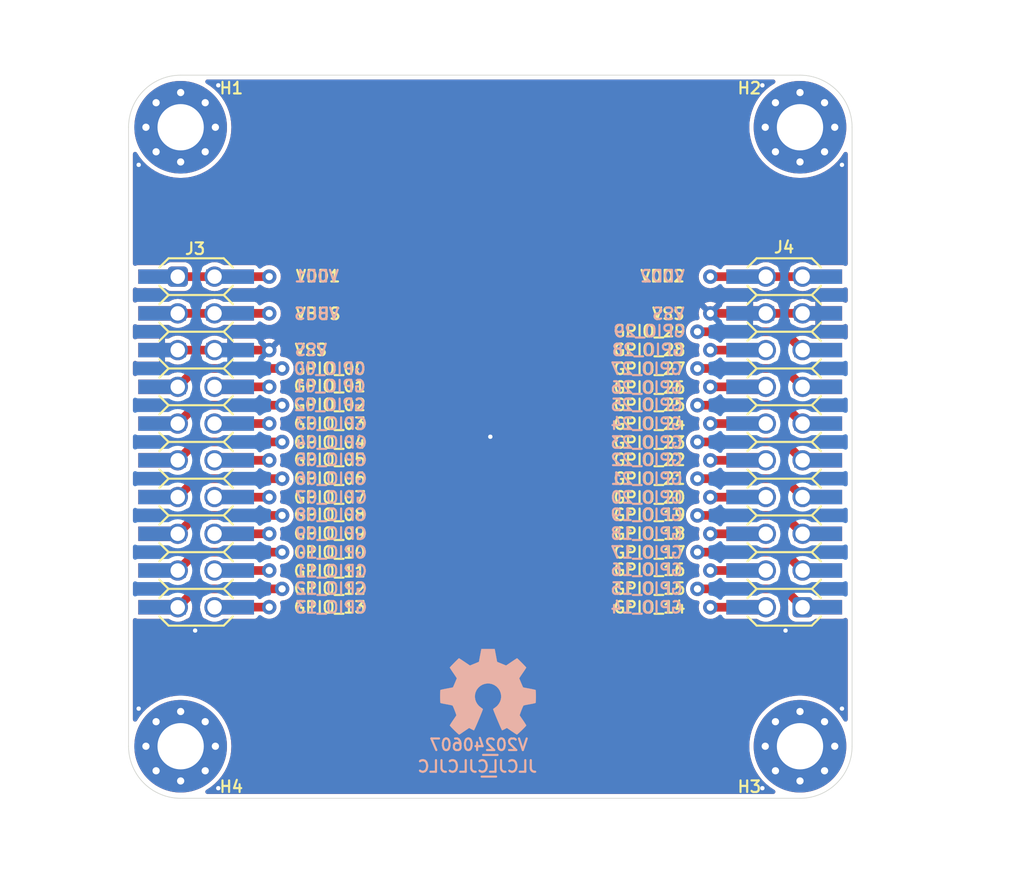
<source format=kicad_pcb>
(kicad_pcb (version 20240108) (generator "pcbnew") (generator_version "8.0")
  (layers (0 "F.Cu" mixed) (31 "B.Cu" mixed) (34 "B.Paste" user) (35 "F.Paste" user) (36 "B.SilkS" user "B.Silkscreen") (37 "F.SilkS" user "F.Silkscreen") (38 "B.Mask" user) (39 "F.Mask" user) (44 "Edge.Cuts" user))
  (net 0 "")
  (net 1 "/VBUS")
  (net 2 "/VSS")
  (net 3 "/GPIO_28")
  (net 4 "/GPIO_29")
  (net 5 "/GPIO_20")
  (net 6 "/GPIO_23")
  (net 7 "/GPIO_27")
  (net 8 "/GPIO_16")
  (net 9 "/GPIO_21")
  (net 10 "/GPIO_19")
  (net 11 "/GPIO_17")
  (net 12 "/GPIO_18")
  (net 13 "/GPIO_15")
  (net 14 "/GPIO_14")
  (net 15 "/GPIO_22")
  (net 16 "/GPIO_24")
  (net 17 "/GPIO_25")
  (net 18 "/GPIO_26")
  (net 19 "/GPIO_13")
  (net 20 "/GPIO_12")
  (net 21 "/GPIO_11")
  (net 22 "/GPIO_10")
  (net 23 "/GPIO_09")
  (net 24 "/GPIO_08")
  (net 25 "/GPIO_07")
  (net 26 "/GPIO_06")
  (net 27 "/GPIO_05")
  (net 28 "/GPIO_04")
  (net 29 "/GPIO_03")
  (net 30 "/GPIO_02")
  (net 31 "/GPIO_01")
  (net 32 "/GPIO_00")
  (net 33 "/VDD1")
  (net 34 "/VDD2")
  (footprint "SquantorPcbOutline:MountingHole_3.2mm_M3_Pad_Via" (layer "F.Cu") (at 33.6 33.6)
    (property "Reference" "H1" (at 3.5 -2.7 0) (layer "F.SilkS") (effects (font (size 0.8 0.8))))
    (property "Value" "MountingHole")
    (pad "1" thru_hole circle (at -2.4 0) (size 0.9 0.9) (drill 0.5) (layers "*.Cu" "*.Mask"))
    (pad "1" thru_hole circle (at -1.697056 -1.697056) (size 0.9 0.9) (drill 0.5) (layers "*.Cu" "*.Mask"))
    (pad "1" thru_hole circle (at -1.697056 1.697056) (size 0.9 0.9) (drill 0.5) (layers "*.Cu" "*.Mask"))
    (pad "1" thru_hole circle (at 0 -2.4) (size 0.9 0.9) (drill 0.5) (layers "*.Cu" "*.Mask"))
    (pad "1" thru_hole circle (at 0 0) (size 6.4 6.4) (drill 3.2) (layers "*.Cu" "*.Mask"))
    (pad "1" thru_hole circle (at 0 2.4) (size 0.9 0.9) (drill 0.5) (layers "*.Cu" "*.Mask"))
    (pad "1" thru_hole circle (at 1.697056 -1.697056) (size 0.9 0.9) (drill 0.5) (layers "*.Cu" "*.Mask"))
    (pad "1" thru_hole circle (at 1.697056 1.697056) (size 0.9 0.9) (drill 0.5) (layers "*.Cu" "*.Mask"))
    (pad "1" thru_hole circle (at 2.4 0) (size 0.9 0.9) (drill 0.5) (layers "*.Cu" "*.Mask"))
  )
  (footprint "SquantorPcbOutline:MountingHole_3.2mm_M3_Pad_Via" (layer "F.Cu") (at 76.4 33.6)
    (property "Reference" "H2" (at -3.5 -2.7 0) (layer "F.SilkS") (effects (font (size 0.8 0.8))))
    (property "Value" "MountingHole")
    (pad "1" thru_hole circle (at -2.4 0) (size 0.9 0.9) (drill 0.5) (layers "*.Cu" "*.Mask"))
    (pad "1" thru_hole circle (at -1.697056 -1.697056) (size 0.9 0.9) (drill 0.5) (layers "*.Cu" "*.Mask"))
    (pad "1" thru_hole circle (at -1.697056 1.697056) (size 0.9 0.9) (drill 0.5) (layers "*.Cu" "*.Mask"))
    (pad "1" thru_hole circle (at 0 -2.4) (size 0.9 0.9) (drill 0.5) (layers "*.Cu" "*.Mask"))
    (pad "1" thru_hole circle (at 0 0) (size 6.4 6.4) (drill 3.2) (layers "*.Cu" "*.Mask"))
    (pad "1" thru_hole circle (at 0 2.4) (size 0.9 0.9) (drill 0.5) (layers "*.Cu" "*.Mask"))
    (pad "1" thru_hole circle (at 1.697056 -1.697056) (size 0.9 0.9) (drill 0.5) (layers "*.Cu" "*.Mask"))
    (pad "1" thru_hole circle (at 1.697056 1.697056) (size 0.9 0.9) (drill 0.5) (layers "*.Cu" "*.Mask"))
    (pad "1" thru_hole circle (at 2.4 0) (size 0.9 0.9) (drill 0.5) (layers "*.Cu" "*.Mask"))
  )
  (footprint "SquantorPcbOutline:MountingHole_3.2mm_M3_Pad_Via" (layer "F.Cu") (at 33.6 76.4)
    (property "Reference" "H4" (at 3.5 2.8 0) (layer "F.SilkS") (effects (font (size 0.8 0.8))))
    (property "Value" "MountingHole")
    (pad "1" thru_hole circle (at -2.4 0) (size 0.9 0.9) (drill 0.5) (layers "*.Cu" "*.Mask"))
    (pad "1" thru_hole circle (at -1.697056 -1.697056) (size 0.9 0.9) (drill 0.5) (layers "*.Cu" "*.Mask"))
    (pad "1" thru_hole circle (at -1.697056 1.697056) (size 0.9 0.9) (drill 0.5) (layers "*.Cu" "*.Mask"))
    (pad "1" thru_hole circle (at 0 -2.4) (size 0.9 0.9) (drill 0.5) (layers "*.Cu" "*.Mask"))
    (pad "1" thru_hole circle (at 0 0) (size 6.4 6.4) (drill 3.2) (layers "*.Cu" "*.Mask"))
    (pad "1" thru_hole circle (at 0 2.4) (size 0.9 0.9) (drill 0.5) (layers "*.Cu" "*.Mask"))
    (pad "1" thru_hole circle (at 1.697056 -1.697056) (size 0.9 0.9) (drill 0.5) (layers "*.Cu" "*.Mask"))
    (pad "1" thru_hole circle (at 1.697056 1.697056) (size 0.9 0.9) (drill 0.5) (layers "*.Cu" "*.Mask"))
    (pad "1" thru_hole circle (at 2.4 0) (size 0.9 0.9) (drill 0.5) (layers "*.Cu" "*.Mask"))
  )
  (footprint "SquantorPcbOutline:MountingHole_3.2mm_M3_Pad_Via" (layer "F.Cu") (at 76.4 76.4)
    (property "Reference" "H3" (at -3.5 2.8 0) (layer "F.SilkS") (effects (font (size 0.8 0.8))))
    (property "Value" "MountingHole")
    (pad "1" thru_hole circle (at -2.4 0) (size 0.9 0.9) (drill 0.5) (layers "*.Cu" "*.Mask"))
    (pad "1" thru_hole circle (at -1.697056 -1.697056) (size 0.9 0.9) (drill 0.5) (layers "*.Cu" "*.Mask"))
    (pad "1" thru_hole circle (at -1.697056 1.697056) (size 0.9 0.9) (drill 0.5) (layers "*.Cu" "*.Mask"))
    (pad "1" thru_hole circle (at 0 -2.4) (size 0.9 0.9) (drill 0.5) (layers "*.Cu" "*.Mask"))
    (pad "1" thru_hole circle (at 0 0) (size 6.4 6.4) (drill 3.2) (layers "*.Cu" "*.Mask"))
    (pad "1" thru_hole circle (at 0 2.4) (size 0.9 0.9) (drill 0.5) (layers "*.Cu" "*.Mask"))
    (pad "1" thru_hole circle (at 1.697056 -1.697056) (size 0.9 0.9) (drill 0.5) (layers "*.Cu" "*.Mask"))
    (pad "1" thru_hole circle (at 1.697056 1.697056) (size 0.9 0.9) (drill 0.5) (layers "*.Cu" "*.Mask"))
    (pad "1" thru_hole circle (at 2.4 0) (size 0.9 0.9) (drill 0.5) (layers "*.Cu" "*.Mask"))
  )
  (footprint "SquantorConnectorsNamed:nuclone_small_right_stacked" (layer "F.Cu") (at 75.31 55.36 90)
    (property "Reference" "J4" (at 13.46 -0.01 0) (layer "F.SilkS") (effects (font (size 0.8 0.8))))
    (property "Value" "nuclone_small_right" (hide yes))
    (pad "1" thru_hole roundrect (at -11.43 1.27 90) (size 1.4 1.4) (drill 1) (layers "*.Cu" "*.Mask") (roundrect_rratio 0.2) (net 13 "/GPIO_15"))
    (pad "1" smd rect (at -11.43 2.35 90) (size 1 3.3) (layers "F.Cu" "F.Mask") (net 13 "/GPIO_15"))
    (pad "1" smd rect (at -11.43 2.35 90) (size 1 3.3) (layers "B.Cu" "B.Mask") (net 13 "/GPIO_15"))
    (pad "2" smd rect (at -11.43 -2.35 90) (size 1 3.3) (layers "F.Cu" "F.Mask") (net 14 "/GPIO_14"))
    (pad "2" smd rect (at -11.43 -2.35 90) (size 1 3.3) (layers "B.Cu" "B.Mask") (net 14 "/GPIO_14"))
    (pad "2" thru_hole circle (at -11.43 -1.27 90) (size 1.4 1.4) (drill 1) (layers "*.Cu" "*.Mask") (net 14 "/GPIO_14"))
    (pad "3" thru_hole circle (at -8.89 1.27 90) (size 1.4 1.4) (drill 1) (layers "*.Cu" "*.Mask") (net 11 "/GPIO_17"))
    (pad "3" smd rect (at -8.89 2.35 90) (size 1 3.3) (layers "F.Cu" "F.Mask") (net 11 "/GPIO_17"))
    (pad "3" smd rect (at -8.89 2.35 90) (size 1 3.3) (layers "B.Cu" "B.Mask") (net 11 "/GPIO_17"))
    (pad "4" smd rect (at -8.89 -2.35 90) (size 1 3.3) (layers "F.Cu" "F.Mask") (net 8 "/GPIO_16"))
    (pad "4" smd rect (at -8.89 -2.35 90) (size 1 3.3) (layers "B.Cu" "B.Mask") (net 8 "/GPIO_16"))
    (pad "4" thru_hole circle (at -8.89 -1.27 90) (size 1.4 1.4) (drill 1) (layers "*.Cu" "*.Mask") (net 8 "/GPIO_16"))
    (pad "5" thru_hole circle (at -6.35 1.27 90) (size 1.4 1.4) (drill 1) (layers "*.Cu" "*.Mask") (net 10 "/GPIO_19"))
    (pad "5" smd rect (at -6.35 2.35 90) (size 1 3.3) (layers "F.Cu" "F.Mask") (net 10 "/GPIO_19"))
    (pad "5" smd rect (at -6.35 2.35 90) (size 1 3.3) (layers "B.Cu" "B.Mask") (net 10 "/GPIO_19"))
    (pad "6" smd rect (at -6.35 -2.35 90) (size 1 3.3) (layers "F.Cu" "F.Mask") (net 12 "/GPIO_18"))
    (pad "6" smd rect (at -6.35 -2.35 90) (size 1 3.3) (layers "B.Cu" "B.Mask") (net 12 "/GPIO_18"))
    (pad "6" thru_hole circle (at -6.35 -1.27 90) (size 1.4 1.4) (drill 1) (layers "*.Cu" "*.Mask") (net 12 "/GPIO_18"))
    (pad "7" thru_hole circle (at -3.81 1.27 90) (size 1.4 1.4) (drill 1) (layers "*.Cu" "*.Mask") (net 9 "/GPIO_21"))
    (pad "7" smd rect (at -3.81 2.35 90) (size 1 3.3) (layers "F.Cu" "F.Mask") (net 9 "/GPIO_21"))
    (pad "7" smd rect (at -3.81 2.35 90) (size 1 3.3) (layers "B.Cu" "B.Mask") (net 9 "/GPIO_21"))
    (pad "8" smd rect (at -3.81 -2.35 90) (size 1 3.3) (layers "F.Cu" "F.Mask") (net 5 "/GPIO_20"))
    (pad "8" smd rect (at -3.81 -2.35 90) (size 1 3.3) (layers "B.Cu" "B.Mask") (net 5 "/GPIO_20"))
    (pad "8" thru_hole circle (at -3.81 -1.27 90) (size 1.4 1.4) (drill 1) (layers "*.Cu" "*.Mask") (net 5 "/GPIO_20"))
    (pad "9" thru_hole circle (at -1.27 1.27 90) (size 1.4 1.4) (drill 1) (layers "*.Cu" "*.Mask") (net 6 "/GPIO_23"))
    (pad "9" smd rect (at -1.27 2.35 90) (size 1 3.3) (layers "F.Cu" "F.Mask") (net 6 "/GPIO_23"))
    (pad "9" smd rect (at -1.27 2.35 90) (size 1 3.3) (layers "B.Cu" "B.Mask") (net 6 "/GPIO_23"))
    (pad "10" smd rect (at -1.27 -2.35 90) (size 1 3.3) (layers "F.Cu" "F.Mask") (net 15 "/GPIO_22"))
    (pad "10" smd rect (at -1.27 -2.35 90) (size 1 3.3) (layers "B.Cu" "B.Mask") (net 15 "/GPIO_22"))
    (pad "10" thru_hole circle (at -1.27 -1.27 90) (size 1.4 1.4) (drill 1) (layers "*.Cu" "*.Mask") (net 15 "/GPIO_22"))
    (pad "11" thru_hole circle (at 1.27 1.27 90) (size 1.4 1.4) (drill 1) (layers "*.Cu" "*.Mask") (net 17 "/GPIO_25"))
    (pad "11" smd rect (at 1.27 2.35 90) (size 1 3.3) (layers "F.Cu" "F.Mask") (net 17 "/GPIO_25"))
    (pad "11" smd rect (at 1.27 2.35 90) (size 1 3.3) (layers "B.Cu" "B.Mask") (net 17 "/GPIO_25"))
    (pad "12" smd rect (at 1.27 -2.35 90) (size 1 3.3) (layers "F.Cu" "F.Mask") (net 16 "/GPIO_24"))
    (pad "12" smd rect (at 1.27 -2.35 90) (size 1 3.3) (layers "B.Cu" "B.Mask") (net 16 "/GPIO_24"))
    (pad "12" thru_hole circle (at 1.27 -1.27 90) (size 1.4 1.4) (drill 1) (layers "*.Cu" "*.Mask") (net 16 "/GPIO_24"))
    (pad "13" thru_hole circle (at 3.81 1.27 90) (size 1.4 1.4) (drill 1) (layers "*.Cu" "*.Mask") (net 7 "/GPIO_27"))
    (pad "13" smd rect (at 3.81 2.35 90) (size 1 3.3) (layers "F.Cu" "F.Mask") (net 7 "/GPIO_27"))
    (pad "13" smd rect (at 3.81 2.35 90) (size 1 3.3) (layers "B.Cu" "B.Mask") (net 7 "/GPIO_27"))
    (pad "14" smd rect (at 3.81 -2.35 90) (size 1 3.3) (layers "F.Cu" "F.Mask") (net 18 "/GPIO_26"))
    (pad "14" smd rect (at 3.81 -2.35 90) (size 1 3.3) (layers "B.Cu" "B.Mask") (net 18 "/GPIO_26"))
    (pad "14" thru_hole circle (at 3.81 -1.27 90) (size 1.4 1.4) (drill 1) (layers "*.Cu" "*.Mask") (net 18 "/GPIO_26"))
    (pad "15" thru_hole circle (at 6.35 1.27 90) (size 1.4 1.4) (drill 1) (layers "*.Cu" "*.Mask") (net 4 "/GPIO_29"))
    (pad "15" smd rect (at 6.35 2.35 90) (size 1 3.3) (layers "F.Cu" "F.Mask") (net 4 "/GPIO_29"))
    (pad "15" smd rect (at 6.35 2.35 90) (size 1 3.3) (layers "B.Cu" "B.Mask") (net 4 "/GPIO_29"))
    (pad "16" smd rect (at 6.35 -2.35 90) (size 1 3.3) (layers "F.Cu" "F.Mask") (net 3 "/GPIO_28"))
    (pad "16" smd rect (at 6.35 -2.35 90) (size 1 3.3) (layers "B.Cu" "B.Mask") (net 3 "/GPIO_28"))
    (pad "16" thru_hole circle (at 6.35 -1.27 90) (size 1.4 1.4) (drill 1) (layers "*.Cu" "*.Mask") (net 3 "/GPIO_28"))
    (pad "17" thru_hole circle (at 8.89 1.27 90) (size 1.4 1.4) (drill 1) (layers "*.Cu" "*.Mask") (net 2 "/VSS"))
    (pad "17" smd rect (at 8.89 2.35 90) (size 1 3.3) (layers "F.Cu" "F.Mask") (net 2 "/VSS"))
    (pad "17" smd rect (at 8.89 2.35 90) (size 1 3.3) (layers "B.Cu" "B.Mask") (net 2 "/VSS"))
    (pad "18" smd rect (at 8.89 -2.35 90) (size 1 3.3) (layers "F.Cu" "F.Mask") (net 2 "/VSS"))
    (pad "18" smd rect (at 8.89 -2.35 90) (size 1 3.3) (layers "B.Cu" "B.Mask") (net 2 "/VSS"))
    (pad "18" thru_hole circle (at 8.89 -1.27 90) (size 1.4 1.4) (drill 1) (layers "*.Cu" "*.Mask") (net 2 "/VSS"))
    (pad "19" thru_hole circle (at 11.43 1.27 90) (size 1.4 1.4) (drill 1) (layers "*.Cu" "*.Mask") (net 34 "/VDD2"))
    (pad "19" smd rect (at 11.43 2.35 90) (size 1 3.3) (layers "F.Cu" "F.Mask") (net 34 "/VDD2"))
    (pad "19" smd rect (at 11.43 2.35 90) (size 1 3.3) (layers "B.Cu" "B.Mask") (net 34 "/VDD2"))
    (pad "20" smd rect (at 11.43 -2.35 90) (size 1 3.3) (layers "F.Cu" "F.Mask") (net 34 "/VDD2"))
    (pad "20" smd rect (at 11.43 -2.35 90) (size 1 3.3) (layers "B.Cu" "B.Mask") (net 34 "/VDD2"))
    (pad "20" thru_hole circle (at 11.43 -1.27 90) (size 1.4 1.4) (drill 1) (layers "*.Cu" "*.Mask") (net 34 "/VDD2"))
  )
  (footprint "SquantorConnectorsNamed:nuclone_small_left_stacked" (layer "F.Cu") (at 34.67 55.36 -90)
    (property "Reference" "J3" (at -13.36 0.07 0) (layer "F.SilkS") (effects (font (size 0.8 0.8))))
    (property "Value" "nuclone_small_left" (hide yes))
    (pad "1" thru_hole roundrect (at -11.43 1.27 270) (size 1.4 1.4) (drill 1) (layers "*.Cu" "*.Mask") (roundrect_rratio 0.2) (net 33 "/VDD1"))
    (pad "1" smd rect (at -11.43 2.35 270) (size 1 3.3) (layers "F.Cu" "F.Mask") (net 33 "/VDD1"))
    (pad "1" smd rect (at -11.43 2.35 270) (size 1 3.3) (layers "B.Cu" "B.Mask") (net 33 "/VDD1"))
    (pad "2" smd rect (at -11.43 -2.35 270) (size 1 3.3) (layers "F.Cu" "F.Mask") (net 33 "/VDD1"))
    (pad "2" smd rect (at -11.43 -2.35 270) (size 1 3.3) (layers "B.Cu" "B.Mask") (net 33 "/VDD1"))
    (pad "2" thru_hole circle (at -11.43 -1.27 270) (size 1.4 1.4) (drill 1) (layers "*.Cu" "*.Mask") (net 33 "/VDD1"))
    (pad "3" thru_hole circle (at -8.89 1.27 270) (size 1.4 1.4) (drill 1) (layers "*.Cu" "*.Mask") (net 1 "/VBUS"))
    (pad "3" smd rect (at -8.89 2.35 270) (size 1 3.3) (layers "F.Cu" "F.Mask") (net 1 "/VBUS"))
    (pad "3" smd rect (at -8.89 2.35 270) (size 1 3.3) (layers "B.Cu" "B.Mask") (net 1 "/VBUS"))
    (pad "4" smd rect (at -8.89 -2.35 270) (size 1 3.3) (layers "F.Cu" "F.Mask") (net 1 "/VBUS"))
    (pad "4" smd rect (at -8.89 -2.35 270) (size 1 3.3) (layers "B.Cu" "B.Mask") (net 1 "/VBUS"))
    (pad "4" thru_hole circle (at -8.89 -1.27 270) (size 1.4 1.4) (drill 1) (layers "*.Cu" "*.Mask") (net 1 "/VBUS"))
    (pad "5" thru_hole circle (at -6.35 1.27 270) (size 1.4 1.4) (drill 1) (layers "*.Cu" "*.Mask") (net 2 "/VSS"))
    (pad "5" smd rect (at -6.35 2.35 270) (size 1 3.3) (layers "F.Cu" "F.Mask") (net 2 "/VSS"))
    (pad "5" smd rect (at -6.35 2.35 270) (size 1 3.3) (layers "B.Cu" "B.Mask") (net 2 "/VSS"))
    (pad "6" smd rect (at -6.35 -2.35 270) (size 1 3.3) (layers "F.Cu" "F.Mask") (net 2 "/VSS"))
    (pad "6" smd rect (at -6.35 -2.35 270) (size 1 3.3) (layers "B.Cu" "B.Mask") (net 2 "/VSS"))
    (pad "6" thru_hole circle (at -6.35 -1.27 270) (size 1.4 1.4) (drill 1) (layers "*.Cu" "*.Mask") (net 2 "/VSS"))
    (pad "7" thru_hole circle (at -3.81 1.27 270) (size 1.4 1.4) (drill 1) (layers "*.Cu" "*.Mask") (net 32 "/GPIO_00"))
    (pad "7" smd rect (at -3.81 2.35 270) (size 1 3.3) (layers "F.Cu" "F.Mask") (net 32 "/GPIO_00"))
    (pad "7" smd rect (at -3.81 2.35 270) (size 1 3.3) (layers "B.Cu" "B.Mask") (net 32 "/GPIO_00"))
    (pad "8" smd rect (at -3.81 -2.35 270) (size 1 3.3) (layers "F.Cu" "F.Mask") (net 31 "/GPIO_01"))
    (pad "8" smd rect (at -3.81 -2.35 270) (size 1 3.3) (layers "B.Cu" "B.Mask") (net 31 "/GPIO_01"))
    (pad "8" thru_hole circle (at -3.81 -1.27 270) (size 1.4 1.4) (drill 1) (layers "*.Cu" "*.Mask") (net 31 "/GPIO_01"))
    (pad "9" thru_hole circle (at -1.27 1.27 270) (size 1.4 1.4) (drill 1) (layers "*.Cu" "*.Mask") (net 30 "/GPIO_02"))
    (pad "9" smd rect (at -1.27 2.35 270) (size 1 3.3) (layers "F.Cu" "F.Mask") (net 30 "/GPIO_02"))
    (pad "9" smd rect (at -1.27 2.35 270) (size 1 3.3) (layers "B.Cu" "B.Mask") (net 30 "/GPIO_02"))
    (pad "10" smd rect (at -1.27 -2.35 270) (size 1 3.3) (layers "F.Cu" "F.Mask") (net 29 "/GPIO_03"))
    (pad "10" smd rect (at -1.27 -2.35 270) (size 1 3.3) (layers "B.Cu" "B.Mask") (net 29 "/GPIO_03"))
    (pad "10" thru_hole circle (at -1.27 -1.27 270) (size 1.4 1.4) (drill 1) (layers "*.Cu" "*.Mask") (net 29 "/GPIO_03"))
    (pad "11" thru_hole circle (at 1.27 1.27 270) (size 1.4 1.4) (drill 1) (layers "*.Cu" "*.Mask") (net 28 "/GPIO_04"))
    (pad "11" smd rect (at 1.27 2.35 270) (size 1 3.3) (layers "F.Cu" "F.Mask") (net 28 "/GPIO_04"))
    (pad "11" smd rect (at 1.27 2.35 270) (size 1 3.3) (layers "B.Cu" "B.Mask") (net 28 "/GPIO_04"))
    (pad "12" smd rect (at 1.27 -2.35 270) (size 1 3.3) (layers "F.Cu" "F.Mask") (net 27 "/GPIO_05"))
    (pad "12" smd rect (at 1.27 -2.35 270) (size 1 3.3) (layers "B.Cu" "B.Mask") (net 27 "/GPIO_05"))
    (pad "12" thru_hole circle (at 1.27 -1.27 270) (size 1.4 1.4) (drill 1) (layers "*.Cu" "*.Mask") (net 27 "/GPIO_05"))
    (pad "13" thru_hole circle (at 3.81 1.27 270) (size 1.4 1.4) (drill 1) (layers "*.Cu" "*.Mask") (net 26 "/GPIO_06"))
    (pad "13" smd rect (at 3.81 2.35 270) (size 1 3.3) (layers "F.Cu" "F.Mask") (net 26 "/GPIO_06"))
    (pad "13" smd rect (at 3.81 2.35 270) (size 1 3.3) (layers "B.Cu" "B.Mask") (net 26 "/GPIO_06"))
    (pad "14" smd rect (at 3.81 -2.35 270) (size 1 3.3) (layers "F.Cu" "F.Mask") (net 25 "/GPIO_07"))
    (pad "14" smd rect (at 3.81 -2.35 270) (size 1 3.3) (layers "B.Cu" "B.Mask") (net 25 "/GPIO_07"))
    (pad "14" thru_hole circle (at 3.81 -1.27 270) (size 1.4 1.4) (drill 1) (layers "*.Cu" "*.Mask") (net 25 "/GPIO_07"))
    (pad "15" thru_hole circle (at 6.35 1.27 270) (size 1.4 1.4) (drill 1) (layers "*.Cu" "*.Mask") (net 24 "/GPIO_08"))
    (pad "15" smd rect (at 6.35 2.35 270) (size 1 3.3) (layers "F.Cu" "F.Mask") (net 24 "/GPIO_08"))
    (pad "15" smd rect (at 6.35 2.35 270) (size 1 3.3) (layers "B.Cu" "B.Mask") (net 24 "/GPIO_08"))
    (pad "16" smd rect (at 6.35 -2.35 270) (size 1 3.3) (layers "F.Cu" "F.Mask") (net 23 "/GPIO_09"))
    (pad "16" smd rect (at 6.35 -2.35 270) (size 1 3.3) (layers "B.Cu" "B.Mask") (net 23 "/GPIO_09"))
    (pad "16" thru_hole circle (at 6.35 -1.27 270) (size 1.4 1.4) (drill 1) (layers "*.Cu" "*.Mask") (net 23 "/GPIO_09"))
    (pad "17" thru_hole circle (at 8.89 1.27 270) (size 1.4 1.4) (drill 1) (layers "*.Cu" "*.Mask") (net 22 "/GPIO_10"))
    (pad "17" smd rect (at 8.89 2.35 270) (size 1 3.3) (layers "F.Cu" "F.Mask") (net 22 "/GPIO_10"))
    (pad "17" smd rect (at 8.89 2.35 270) (size 1 3.3) (layers "B.Cu" "B.Mask") (net 22 "/GPIO_10"))
    (pad "18" smd rect (at 8.89 -2.35 270) (size 1 3.3) (layers "F.Cu" "F.Mask") (net 21 "/GPIO_11"))
    (pad "18" smd rect (at 8.89 -2.35 270) (size 1 3.3) (layers "B.Cu" "B.Mask") (net 21 "/GPIO_11"))
    (pad "18" thru_hole circle (at 8.89 -1.27 270) (size 1.4 1.4) (drill 1) (layers "*.Cu" "*.Mask") (net 21 "/GPIO_11"))
    (pad "19" thru_hole circle (at 11.43 1.27 270) (size 1.4 1.4) (drill 1) (layers "*.Cu" "*.Mask") (net 20 "/GPIO_12"))
    (pad "19" smd rect (at 11.43 2.35 270) (size 1 3.3) (layers "F.Cu" "F.Mask") (net 20 "/GPIO_12"))
    (pad "19" smd rect (at 11.43 2.35 270) (size 1 3.3) (layers "B.Cu" "B.Mask") (net 20 "/GPIO_12"))
    (pad "20" smd rect (at 11.43 -2.35 270) (size 1 3.3) (layers "F.Cu" "F.Mask") (net 19 "/GPIO_13"))
    (pad "20" smd rect (at 11.43 -2.35 270) (size 1 3.3) (layers "B.Cu" "B.Mask") (net 19 "/GPIO_13"))
    (pad "20" thru_hole circle (at 11.43 -1.27 270) (size 1.4 1.4) (drill 1) (layers "*.Cu" "*.Mask") (net 19 "/GPIO_13"))
  )
  (footprint "SquantorTestPoints:TestPoint_hole_H05R10_2side" (layer "F.Cu") (at 39.72 43.93)
    (property "Reference" "TP1" (hide yes))
    (property "Value" "VDD1" (at 3.38 -0.03 0) (layer "F.SilkS") (effects (font (size 0.8 0.8))))
    (fp_text user "${VALUE}" (at 3.28 -0.03 0) (layer "B.SilkS") (effects (font (size 0.8 0.8)) (justify mirror)))
    (pad "1" thru_hole circle (at 0 0) (size 1 1) (drill 0.5) (layers "*.Cu" "*.Mask") (net 33 "/VDD1"))
  )
  (footprint "SquantorTestPoints:TestPoint_hole_H05R10_2side" (layer "F.Cu") (at 39.72 46.47)
    (property "Reference" "TP2" (hide yes))
    (property "Value" "VBUS" (at 3.38 0.03 0) (layer "F.SilkS") (effects (font (size 0.8 0.8))))
    (fp_text user "${VALUE}" (at 3.28 0.03 0) (layer "B.SilkS") (effects (font (size 0.8 0.8)) (justify mirror)))
    (pad "1" thru_hole circle (at 0 0) (size 1 1) (drill 0.5) (layers "*.Cu" "*.Mask") (net 1 "/VBUS"))
  )
  (footprint "SquantorTestPoints:TestPoint_hole_H05R10_2side" (layer "F.Cu") (at 39.72 49.01)
    (property "Reference" "TP3" (hide yes))
    (property "Value" "VSS" (at 2.88 -0.01 0) (layer "F.SilkS") (effects (font (size 0.8 0.8))))
    (fp_text user "${VALUE}" (at 2.88 -0.01 0) (layer "B.SilkS") (effects (font (size 0.8 0.8)) (justify mirror)))
    (pad "1" thru_hole circle (at 0 0) (size 1 1) (drill 0.5) (layers "*.Cu" "*.Mask") (net 2 "/VSS"))
  )
  (footprint "SquantorTestPoints:TestPoint_hole_H05R10_2side" (layer "F.Cu") (at 40.609 50.28)
    (property "Reference" "TP4" (hide yes))
    (property "Value" "GPIO_00" (at 3.291 0.02 0) (layer "F.SilkS") (effects (font (size 0.8 0.8))))
    (fp_text user "${VALUE}" (at 3.291 0.02 0) (layer "B.SilkS") (effects (font (size 0.8 0.8)) (justify mirror)))
    (pad "1" thru_hole circle (at 0 0) (size 1 1) (drill 0.5) (layers "*.Cu" "*.Mask") (net 32 "/GPIO_00"))
  )
  (footprint "SquantorTestPoints:TestPoint_hole_H05R10_2side" (layer "F.Cu") (at 39.72 51.55)
    (property "Reference" "TP5" (hide yes))
    (property "Value" "GPIO_01" (at 4.18 -0.05 0) (layer "F.SilkS") (effects (font (size 0.8 0.8))))
    (fp_text user "${VALUE}" (at 4.18 -0.05 0) (layer "B.SilkS") (effects (font (size 0.8 0.8)) (justify mirror)))
    (pad "1" thru_hole circle (at 0 0) (size 1 1) (drill 0.5) (layers "*.Cu" "*.Mask") (net 31 "/GPIO_01"))
  )
  (footprint "SquantorTestPoints:TestPoint_hole_H05R10_2side" (layer "F.Cu") (at 40.609 52.82)
    (property "Reference" "TP6" (hide yes))
    (property "Value" "GPIO_02" (at 3.291 -0.02 0) (layer "F.SilkS") (effects (font (size 0.8 0.8))))
    (fp_text user "${VALUE}" (at 3.291 -0.02 0) (layer "B.SilkS") (effects (font (size 0.8 0.8)) (justify mirror)))
    (pad "1" thru_hole circle (at 0 0) (size 1 1) (drill 0.5) (layers "*.Cu" "*.Mask") (net 30 "/GPIO_02"))
  )
  (footprint "SquantorTestPoints:TestPoint_hole_H05R10_2side" (layer "F.Cu") (at 39.72 54.09)
    (property "Reference" "TP7" (hide yes))
    (property "Value" "GPIO_03" (at 4.18 0.01 0) (layer "F.SilkS") (effects (font (size 0.8 0.8))))
    (fp_text user "${VALUE}" (at 4.28 0.01 0) (layer "B.SilkS") (effects (font (size 0.8 0.8)) (justify mirror)))
    (pad "1" thru_hole circle (at 0 0) (size 1 1) (drill 0.5) (layers "*.Cu" "*.Mask") (net 29 "/GPIO_03"))
  )
  (footprint "SquantorTestPoints:TestPoint_hole_H05R10_2side" (layer "F.Cu") (at 40.609 55.36)
    (property "Reference" "TP8" (hide yes))
    (property "Value" "GPIO_04" (at 3.291 0.04 0) (layer "F.SilkS") (effects (font (size 0.8 0.8))))
    (fp_text user "${VALUE}" (at 3.391 0.04 0) (layer "B.SilkS") (effects (font (size 0.8 0.8)) (justify mirror)))
    (pad "1" thru_hole circle (at 0 0) (size 1 1) (drill 0.5) (layers "*.Cu" "*.Mask") (net 28 "/GPIO_04"))
  )
  (footprint "SquantorTestPoints:TestPoint_hole_H05R10_2side" (layer "F.Cu") (at 39.72 56.63)
    (property "Reference" "TP9" (hide yes))
    (property "Value" "GPIO_05" (at 4.18 -0.03 0) (layer "F.SilkS") (effects (font (size 0.8 0.8))))
    (fp_text user "${VALUE}" (at 4.28 -0.03 0) (layer "B.SilkS") (effects (font (size 0.8 0.8)) (justify mirror)))
    (pad "1" thru_hole circle (at 0 0) (size 1 1) (drill 0.5) (layers "*.Cu" "*.Mask") (net 27 "/GPIO_05"))
  )
  (footprint "SquantorTestPoints:TestPoint_hole_H05R10_2side" (layer "F.Cu") (at 40.609 57.9)
    (property "Reference" "TP10" (hide yes))
    (property "Value" "GPIO_06" (at 3.291 0 0) (layer "F.SilkS") (effects (font (size 0.8 0.8))))
    (fp_text user "${VALUE}" (at 3.391 0 0) (layer "B.SilkS") (effects (font (size 0.8 0.8)) (justify mirror)))
    (pad "1" thru_hole circle (at 0 0) (size 1 1) (drill 0.5) (layers "*.Cu" "*.Mask") (net 26 "/GPIO_06"))
  )
  (footprint "SquantorTestPoints:TestPoint_hole_H05R10_2side" (layer "F.Cu") (at 39.72 59.181)
    (property "Reference" "TP11" (hide yes))
    (property "Value" "GPIO_07" (at 4.18 0.019 0) (layer "F.SilkS") (effects (font (size 0.8 0.8))))
    (fp_text user "${VALUE}" (at 4.28 0.019 0) (layer "B.SilkS") (effects (font (size 0.8 0.8)) (justify mirror)))
    (pad "1" thru_hole circle (at 0 0) (size 1 1) (drill 0.5) (layers "*.Cu" "*.Mask") (net 25 "/GPIO_07"))
  )
  (footprint "SquantorTestPoints:TestPoint_hole_H05R10_2side" (layer "F.Cu") (at 40.609 60.44)
    (property "Reference" "TP12" (hide yes))
    (property "Value" "GPIO_08" (at 3.291 -0.04 0) (layer "F.SilkS") (effects (font (size 0.8 0.8))))
    (fp_text user "${VALUE}" (at 3.391 -0.04 0) (layer "B.SilkS") (effects (font (size 0.8 0.8)) (justify mirror)))
    (pad "1" thru_hole circle (at 0 0) (size 1 1) (drill 0.5) (layers "*.Cu" "*.Mask") (net 24 "/GPIO_08"))
  )
  (footprint "SquantorTestPoints:TestPoint_hole_H05R10_2side" (layer "F.Cu") (at 39.72 61.71)
    (property "Reference" "TP13" (hide yes))
    (property "Value" "GPIO_09" (at 4.18 -0.01 0) (layer "F.SilkS") (effects (font (size 0.8 0.8))))
    (fp_text user "${VALUE}" (at 4.28 -0.01 0) (layer "B.SilkS") (effects (font (size 0.8 0.8)) (justify mirror)))
    (pad "1" thru_hole circle (at 0 0) (size 1 1) (drill 0.5) (layers "*.Cu" "*.Mask") (net 23 "/GPIO_09"))
  )
  (footprint "SquantorTestPoints:TestPoint_hole_H05R10_2side" (layer "F.Cu") (at 40.609 62.98)
    (property "Reference" "TP14" (hide yes))
    (property "Value" "GPIO_10" (at 3.291 0.02 0) (layer "F.SilkS") (effects (font (size 0.8 0.8))))
    (fp_text user "${VALUE}" (at 3.391 0.02 0) (layer "B.SilkS") (effects (font (size 0.8 0.8)) (justify mirror)))
    (pad "1" thru_hole circle (at 0 0) (size 1 1) (drill 0.5) (layers "*.Cu" "*.Mask") (net 22 "/GPIO_10"))
  )
  (footprint "SquantorTestPoints:TestPoint_hole_H05R10_2side" (layer "F.Cu") (at 39.72 64.25)
    (property "Reference" "TP15" (hide yes))
    (property "Value" "GPIO_11" (at 4.18 0.05 0) (layer "F.SilkS") (effects (font (size 0.8 0.8))))
    (fp_text user "${VALUE}" (at 4.28 0.05 0) (layer "B.SilkS") (effects (font (size 0.8 0.8)) (justify mirror)))
    (pad "1" thru_hole circle (at 0 0) (size 1 1) (drill 0.5) (layers "*.Cu" "*.Mask") (net 21 "/GPIO_11"))
  )
  (footprint "SquantorTestPoints:TestPoint_hole_H05R10_2side" (layer "F.Cu") (at 40.609 65.52)
    (property "Reference" "TP16" (hide yes))
    (property "Value" "GPIO_12" (at 3.291 -0.02 0) (layer "F.SilkS") (effects (font (size 0.8 0.8))))
    (fp_text user "${VALUE}" (at 3.391 -0.02 0) (layer "B.SilkS") (effects (font (size 0.8 0.8)) (justify mirror)))
    (pad "1" thru_hole circle (at 0 0) (size 1 1) (drill 0.5) (layers "*.Cu" "*.Mask") (net 20 "/GPIO_12"))
  )
  (footprint "SquantorTestPoints:TestPoint_hole_H05R10_2side" (layer "F.Cu") (at 39.72 66.781)
    (property "Reference" "TP17" (hide yes))
    (property "Value" "GPIO_13" (at 4.18 0.019 0) (layer "F.SilkS") (effects (font (size 0.8 0.8))))
    (fp_text user "${VALUE}" (at 4.28 0.019 0) (layer "B.SilkS") (effects (font (size 0.8 0.8)) (justify mirror)))
    (pad "1" thru_hole circle (at 0 0) (size 1 1) (drill 0.5) (layers "*.Cu" "*.Mask") (net 19 "/GPIO_13"))
  )
  (footprint "SquantorTestPoints:TestPoint_hole_H05R10_2side" (layer "F.Cu") (at 70.203 43.93)
    (property "Reference" "TP18" (hide yes))
    (property "Value" "VDD2" (at -3.303 -0.03 0) (layer "F.SilkS") (effects (font (size 0.8 0.8))))
    (fp_text user "${VALUE}" (at -3.303 -0.03 0) (layer "B.SilkS") (effects (font (size 0.8 0.8)) (justify mirror)))
    (pad "1" thru_hole circle (at 0 0) (size 1 1) (drill 0.5) (layers "*.Cu" "*.Mask") (net 34 "/VDD2"))
  )
  (footprint "SquantorTestPoints:TestPoint_hole_H05R10_2side" (layer "F.Cu") (at 70.203 46.47)
    (property "Reference" "TP19" (hide yes))
    (property "Value" "VSS" (at -2.903 0.03 0) (layer "F.SilkS") (effects (font (size 0.8 0.8))))
    (fp_text user "${VALUE}" (at -2.903 0.03 0) (layer "B.SilkS") (effects (font (size 0.8 0.8)) (justify mirror)))
    (pad "1" thru_hole circle (at 0 0) (size 1 1) (drill 0.5) (layers "*.Cu" "*.Mask") (net 2 "/VSS"))
  )
  (footprint "SquantorTestPoints:TestPoint_hole_H05R10_2side" (layer "F.Cu") (at 69.314 47.74)
    (property "Reference" "TP20" (hide yes))
    (property "Value" "GPIO_29" (at -3.314 -0.04 0) (layer "F.SilkS") (effects (font (size 0.8 0.8))))
    (fp_text user "${VALUE}" (at -3.314 -0.04 0) (layer "B.SilkS") (effects (font (size 0.8 0.8)) (justify mirror)))
    (pad "1" thru_hole circle (at 0 0) (size 1 1) (drill 0.5) (layers "*.Cu" "*.Mask") (net 4 "/GPIO_29"))
  )
  (footprint "SquantorTestPoints:TestPoint_hole_H05R10_2side" (layer "F.Cu") (at 70.203 49.01)
    (property "Reference" "TP21" (hide yes))
    (property "Value" "GPIO_28" (at -4.203 -0.01 0) (layer "F.SilkS") (effects (font (size 0.8 0.8))))
    (fp_text user "${VALUE}" (at -4.303 -0.01 0) (layer "B.SilkS") (effects (font (size 0.8 0.8)) (justify mirror)))
    (pad "1" thru_hole circle (at 0 0) (size 1 1) (drill 0.5) (layers "*.Cu" "*.Mask") (net 3 "/GPIO_28"))
  )
  (footprint "SquantorTestPoints:TestPoint_hole_H05R10_2side" (layer "F.Cu") (at 69.314 50.28)
    (property "Reference" "TP22" (hide yes))
    (property "Value" "GPIO_27" (at -3.314 0.02 0) (layer "F.SilkS") (effects (font (size 0.8 0.8))))
    (fp_text user "${VALUE}" (at -3.514 0.02 0) (layer "B.SilkS") (effects (font (size 0.8 0.8)) (justify mirror)))
    (pad "1" thru_hole circle (at 0 0) (size 1 1) (drill 0.5) (layers "*.Cu" "*.Mask") (net 7 "/GPIO_27"))
  )
  (footprint "SquantorTestPoints:TestPoint_hole_H05R10_2side" (layer "F.Cu") (at 70.203 51.55)
    (property "Reference" "TP23" (hide yes))
    (property "Value" "GPIO_26" (at -4.203 0.05 0) (layer "F.SilkS") (effects (font (size 0.8 0.8))))
    (fp_text user "${VALUE}" (at -4.403 0.05 0) (layer "B.SilkS") (effects (font (size 0.8 0.8)) (justify mirror)))
    (pad "1" thru_hole circle (at 0 0) (size 1 1) (drill 0.5) (layers "*.Cu" "*.Mask") (net 18 "/GPIO_26"))
  )
  (footprint "SquantorTestPoints:TestPoint_hole_H05R10_2side" (layer "F.Cu") (at 69.314 52.82)
    (property "Reference" "TP24" (hide yes))
    (property "Value" "GPIO_25" (at -3.314 -0.02 0) (layer "F.SilkS") (effects (font (size 0.8 0.8))))
    (fp_text user "${VALUE}" (at -3.514 -0.02 0) (layer "B.SilkS") (effects (font (size 0.8 0.8)) (justify mirror)))
    (pad "1" thru_hole circle (at 0 0) (size 1 1) (drill 0.5) (layers "*.Cu" "*.Mask") (net 17 "/GPIO_25"))
  )
  (footprint "SquantorTestPoints:TestPoint_hole_H05R10_2side" (layer "F.Cu") (at 70.203 54.09)
    (property "Reference" "TP25" (hide yes))
    (property "Value" "GPIO_24" (at -4.203 0.01 0) (layer "F.SilkS") (effects (font (size 0.8 0.8))))
    (fp_text user "${VALUE}" (at -4.403 0.01 0) (layer "B.SilkS") (effects (font (size 0.8 0.8)) (justify mirror)))
    (pad "1" thru_hole circle (at 0 0) (size 1 1) (drill 0.5) (layers "*.Cu" "*.Mask") (net 16 "/GPIO_24"))
  )
  (footprint "SquantorTestPoints:TestPoint_hole_H05R10_2side" (layer "F.Cu") (at 69.314 55.36)
    (property "Reference" "TP26" (hide yes))
    (property "Value" "GPIO_23" (at -3.314 0.04 0) (layer "F.SilkS") (effects (font (size 0.8 0.8))))
    (fp_text user "${VALUE}" (at -3.514 0.04 0) (layer "B.SilkS") (effects (font (size 0.8 0.8)) (justify mirror)))
    (pad "1" thru_hole circle (at 0 0) (size 1 1) (drill 0.5) (layers "*.Cu" "*.Mask") (net 6 "/GPIO_23"))
  )
  (footprint "SquantorTestPoints:TestPoint_hole_H05R10_2side" (layer "F.Cu") (at 70.203 56.63)
    (property "Reference" "TP27" (hide yes))
    (property "Value" "GPIO_22" (at -4.203 -0.03 0) (layer "F.SilkS") (effects (font (size 0.8 0.8))))
    (fp_text user "${VALUE}" (at -4.403 -0.03 0) (layer "B.SilkS") (effects (font (size 0.8 0.8)) (justify mirror)))
    (pad "1" thru_hole circle (at 0 0) (size 1 1) (drill 0.5) (layers "*.Cu" "*.Mask") (net 15 "/GPIO_22"))
  )
  (footprint "SquantorTestPoints:TestPoint_hole_H05R10_2side" (layer "F.Cu") (at 69.314 57.9)
    (property "Reference" "TP28" (hide yes))
    (property "Value" "GPIO_21" (at -3.314 0 0) (layer "F.SilkS") (effects (font (size 0.8 0.8))))
    (fp_text user "${VALUE}" (at -3.514 0 0) (layer "B.SilkS") (effects (font (size 0.8 0.8)) (justify mirror)))
    (pad "1" thru_hole circle (at 0 0) (size 1 1) (drill 0.5) (layers "*.Cu" "*.Mask") (net 9 "/GPIO_21"))
  )
  (footprint "SquantorTestPoints:TestPoint_hole_H05R10_2side" (layer "F.Cu") (at 70.203 59.181)
    (property "Reference" "TP29" (hide yes))
    (property "Value" "GPIO_20" (at -4.203 0.019 0) (layer "F.SilkS") (effects (font (size 0.8 0.8))))
    (fp_text user "${VALUE}" (at -4.403 0.019 0) (layer "B.SilkS") (effects (font (size 0.8 0.8)) (justify mirror)))
    (pad "1" thru_hole circle (at 0 0) (size 1 1) (drill 0.5) (layers "*.Cu" "*.Mask") (net 5 "/GPIO_20"))
  )
  (footprint "SquantorTestPoints:TestPoint_hole_H05R10_2side" (layer "F.Cu") (at 69.314 60.44)
    (property "Reference" "TP30" (hide yes))
    (property "Value" "GPIO_19" (at -3.314 -0.04 0) (layer "F.SilkS") (effects (font (size 0.8 0.8))))
    (fp_text user "${VALUE}" (at -3.514 -0.04 0) (layer "B.SilkS") (effects (font (size 0.8 0.8)) (justify mirror)))
    (pad "1" thru_hole circle (at 0 0) (size 1 1) (drill 0.5) (layers "*.Cu" "*.Mask") (net 10 "/GPIO_19"))
  )
  (footprint "SquantorTestPoints:TestPoint_hole_H05R10_2side" (layer "F.Cu") (at 70.203 61.71)
    (property "Reference" "TP31" (hide yes))
    (property "Value" "GPIO_18" (at -4.203 -0.01 0) (layer "F.SilkS") (effects (font (size 0.8 0.8))))
    (fp_text user "${VALUE}" (at -4.403 -0.01 0) (layer "B.SilkS") (effects (font (size 0.8 0.8)) (justify mirror)))
    (pad "1" thru_hole circle (at 0 0) (size 1 1) (drill 0.5) (layers "*.Cu" "*.Mask") (net 12 "/GPIO_18"))
  )
  (footprint "SquantorTestPoints:TestPoint_hole_H05R10_2side" (layer "F.Cu") (at 69.314 62.98)
    (property "Reference" "TP32" (hide yes))
    (property "Value" "GPIO_17" (at -3.314 0.02 0) (layer "F.SilkS") (effects (font (size 0.8 0.8))))
    (fp_text user "${VALUE}" (at -3.514 0.02 0) (layer "B.SilkS") (effects (font (size 0.8 0.8)) (justify mirror)))
    (pad "1" thru_hole circle (at 0 0) (size 1 1) (drill 0.5) (layers "*.Cu" "*.Mask") (net 11 "/GPIO_17"))
  )
  (footprint "SquantorTestPoints:TestPoint_hole_H05R10_2side" (layer "F.Cu") (at 70.203 64.25)
    (property "Reference" "TP33" (hide yes))
    (property "Value" "GPIO_16" (at -4.203 -0.05 0) (layer "F.SilkS") (effects (font (size 0.8 0.8))))
    (fp_text user "${VALUE}" (at -4.403 -0.05 0) (layer "B.SilkS") (effects (font (size 0.8 0.8)) (justify mirror)))
    (pad "1" thru_hole circle (at 0 0) (size 1 1) (drill 0.5) (layers "*.Cu" "*.Mask") (net 8 "/GPIO_16"))
  )
  (footprint "SquantorTestPoints:TestPoint_hole_H05R10_2side" (layer "F.Cu") (at 69.314 65.52)
    (property "Reference" "TP34" (hide yes))
    (property "Value" "GPIO_15" (at -3.314 -0.02 0) (layer "F.SilkS") (effects (font (size 0.8 0.8))))
    (fp_text user "${VALUE}" (at -3.514 -0.02 0) (layer "B.SilkS") (effects (font (size 0.8 0.8)) (justify mirror)))
    (pad "1" thru_hole circle (at 0 0) (size 1 1) (drill 0.5) (layers "*.Cu" "*.Mask") (net 13 "/GPIO_15"))
  )
  (footprint "SquantorTestPoints:TestPoint_hole_H05R10_2side" (layer "F.Cu") (at 70.203 66.79)
    (property "Reference" "TP35" (hide yes))
    (property "Value" "GPIO_14" (at -4.203 0.01 0) (layer "F.SilkS") (effects (font (size 0.8 0.8))))
    (fp_text user "${VALUE}" (at -4.403 0.01 0) (layer "B.SilkS") (effects (font (size 0.8 0.8)) (justify mirror)))
    (pad "1" thru_hole circle (at 0 0) (size 1 1) (drill 0.5) (layers "*.Cu" "*.Mask") (net 14 "/GPIO_14"))
  )
  (footprint "Symbol:OSHW-Symbol_6.7x6mm_SilkScreen" (layer "B.Cu") (at 54.85 72.65 180)
    (property "Reference" "N1" (hide yes))
    (property "Value" "OHWLOGO" (hide yes))
  )
  (footprint "SquantorLabels:Label_Generic" (layer "B.Cu") (at 54.9 77.9 180)
    (property "Reference" "N3" (hide yes))
    (property "Value" "JLCJLCJLCJLC" (at 0.8 0.1 0) (layer "B.SilkS") (effects (font (size 0.8 0.8)) (justify mirror)))
  )
  (footprint "SquantorLabels:Label_Generic" (layer "B.Cu") (at 55 76.4 180)
    (property "Reference" "N2" (hide yes))
    (property "Value" "V20240607" (at 0.8 0.1 0) (layer "B.SilkS") (effects (font (size 0.8 0.8)) (justify mirror)))
  )
  (gr_line (start 80 76.4) (end 80 33.6) (stroke (width 0.05)) (layer "Edge.Cuts"))
  (gr_arc (start 30 33.6) (mid 31.054416 31.054416) (end 33.6 30) (stroke (width 0.05)) (layer "Edge.Cuts"))
  (gr_arc (start 33.6 80) (mid 31.054416 78.945584) (end 30 76.4) (stroke (width 0.05)) (layer "Edge.Cuts"))
  (gr_line (start 30 33.6) (end 30 76.4) (stroke (width 0.05)) (layer "Edge.Cuts"))
  (gr_line (start 76.4 30) (end 33.6 30) (stroke (width 0.05)) (layer "Edge.Cuts"))
  (gr_arc (start 80 76.4) (mid 78.945584 78.945584) (end 76.4 80) (stroke (width 0.05)) (layer "Edge.Cuts"))
  (gr_arc (start 76.4 30) (mid 78.945584 31.054416) (end 80 33.6) (stroke (width 0.05)) (layer "Edge.Cuts"))
  (gr_line (start 33.6 80) (end 76.4 80) (stroke (width 0.05)) (layer "Edge.Cuts"))
  (segment (start 35.94 46.47) (end 39.72 46.47) (width 0.6) (layer "F.Cu") (net 1))
  (segment (start 33.4 46.47) (end 35.94 46.47) (width 0.6) (layer "F.Cu") (net 1))
  (segment (start 76.58 46.47) (end 70.203 46.47) (width 0.6) (layer "F.Cu") (net 2))
  (segment (start 35.94 49.01) (end 39.72 49.01) (width 0.6) (layer "F.Cu") (net 2))
  (segment (start 33.4 49.01) (end 35.94 49.01) (width 0.6) (layer "F.Cu") (net 2))
  (via (at 34.6 68.4) (size 0.7) (drill 0.3) (layers "F.Cu" "B.Cu") (net 2))
  (via (at 75.4 68.4) (size 0.7) (drill 0.3) (layers "F.Cu" "B.Cu") (net 2))
  (via (at 73.8 79.3) (size 0.7) (drill 0.3) (layers "F.Cu" "B.Cu") (net 2))
  (via (at 36.2 79.3) (size 0.7) (drill 0.3) (layers "F.Cu" "B.Cu") (net 2))
  (via (at 55 55) (size 0.7) (drill 0.3) (layers "F.Cu" "B.Cu") (net 2))
  (via (at 36.2 30.7) (size 0.7) (drill 0.3) (layers "F.Cu" "B.Cu") (net 2))
  (via (at 30.7 36.2) (size 0.7) (drill 0.3) (layers "F.Cu" "B.Cu") (net 2))
  (via (at 73.8 30.7) (size 0.7) (drill 0.3) (layers "F.Cu" "B.Cu") (net 2))
  (via (at 79.3 36.2) (size 0.7) (drill 0.3) (layers "F.Cu" "B.Cu") (net 2))
  (via (at 79.3 73.8) (size 0.7) (drill 0.3) (layers "F.Cu" "B.Cu") (net 2))
  (via (at 30.7 73.8) (size 0.7) (drill 0.3) (layers "F.Cu" "B.Cu") (net 2))
  (segment (start 70.203 49.01) (end 74.04 49.01) (width 0.6) (layer "F.Cu") (net 3))
  (segment (start 69.314 47.74) (end 75.31 47.74) (width 0.6) (layer "F.Cu") (net 4))
  (segment (start 75.31 47.74) (end 76.58 49.01) (width 0.6) (layer "F.Cu") (net 4))
  (segment (start 74.029 59.181) (end 74.04 59.17) (width 0.6) (layer "F.Cu") (net 5))
  (segment (start 70.203 59.181) (end 74.029 59.181) (width 0.6) (layer "F.Cu") (net 5))
  (segment (start 69.314 55.36) (end 75.31 55.36) (width 0.6) (layer "F.Cu") (net 6))
  (segment (start 75.31 55.36) (end 76.58 56.63) (width 0.6) (layer "F.Cu") (net 6))
  (segment (start 69.314 50.28) (end 75.31 50.28) (width 0.6) (layer "F.Cu") (net 7))
  (segment (start 75.31 50.28) (end 76.58 51.55) (width 0.6) (layer "F.Cu") (net 7))
  (segment (start 70.203 64.25) (end 74.04 64.25) (width 0.6) (layer "F.Cu") (net 8))
  (segment (start 75.31 57.9) (end 76.58 59.17) (width 0.6) (layer "F.Cu") (net 9))
  (segment (start 69.314 57.9) (end 75.31 57.9) (width 0.6) (layer "F.Cu") (net 9))
  (segment (start 69.314 60.44) (end 75.31 60.44) (width 0.6) (layer "F.Cu") (net 10))
  (segment (start 75.31 60.44) (end 76.58 61.71) (width 0.6) (layer "F.Cu") (net 10))
  (segment (start 69.314 62.98) (end 75.31 62.98) (width 0.6) (layer "F.Cu") (net 11))
  (segment (start 75.31 62.98) (end 76.58 64.25) (width 0.6) (layer "F.Cu") (net 11))
  (segment (start 70.203 61.71) (end 74.04 61.71) (width 0.6) (layer "F.Cu") (net 12))
  (segment (start 75.31 65.52) (end 76.58 66.79) (width 0.6) (layer "F.Cu") (net 13))
  (segment (start 69.314 65.52) (end 75.31 65.52) (width 0.6) (layer "F.Cu") (net 13))
  (segment (start 70.203 66.79) (end 74.04 66.79) (width 0.6) (layer "F.Cu") (net 14))
  (segment (start 70.203 56.63) (end 74.04 56.63) (width 0.6) (layer "F.Cu") (net 15))
  (segment (start 70.203 54.09) (end 74.04 54.09) (width 0.6) (layer "F.Cu") (net 16))
  (segment (start 69.314 52.82) (end 75.31 52.82) (width 0.6) (layer "F.Cu") (net 17))
  (segment (start 75.31 52.82) (end 76.58 54.09) (width 0.6) (layer "F.Cu") (net 17))
  (segment (start 70.203 51.55) (end 74.04 51.55) (width 0.6) (layer "F.Cu") (net 18))
  (segment (start 35.949 66.781) (end 35.94 66.79) (width 0.6) (layer "F.Cu") (net 19))
  (segment (start 39.72 66.781) (end 35.949 66.781) (width 0.6) (layer "F.Cu") (net 19))
  (segment (start 40.609 65.52) (end 34.67 65.52) (width 0.6) (layer "F.Cu") (net 20))
  (segment (start 34.67 65.52) (end 33.4 66.79) (width 0.6) (layer "F.Cu") (net 20))
  (segment (start 39.72 64.25) (end 35.94 64.25) (width 0.6) (layer "F.Cu") (net 21))
  (segment (start 40.609 62.98) (end 34.67 62.98) (width 0.6) (layer "F.Cu") (net 22))
  (segment (start 34.67 62.98) (end 33.4 64.25) (width 0.6) (layer "F.Cu") (net 22))
  (segment (start 39.72 61.71) (end 35.94 61.71) (width 0.6) (layer "F.Cu") (net 23))
  (segment (start 40.609 60.44) (end 34.67 60.44) (width 0.6) (layer "F.Cu") (net 24))
  (segment (start 34.67 60.44) (end 33.4 61.71) (width 0.6) (layer "F.Cu") (net 24))
  (segment (start 35.951 59.181) (end 35.94 59.17) (width 0.6) (layer "F.Cu") (net 25))
  (segment (start 39.72 59.181) (end 35.951 59.181) (width 0.6) (layer "F.Cu") (net 25))
  (segment (start 40.609 57.9) (end 34.67 57.9) (width 0.6) (layer "F.Cu") (net 26))
  (segment (start 34.67 57.9) (end 33.4 59.17) (width 0.6) (layer "F.Cu") (net 26))
  (segment (start 39.72 56.63) (end 35.94 56.63) (width 0.6) (layer "F.Cu") (net 27))
  (segment (start 40.609 55.36) (end 34.67 55.36) (width 0.6) (layer "F.Cu") (net 28))
  (segment (start 34.67 55.36) (end 33.4 56.63) (width 0.6) (layer "F.Cu") (net 28))
  (segment (start 39.72 54.09) (end 35.94 54.09) (width 0.6) (layer "F.Cu") (net 29))
  (segment (start 34.67 52.82) (end 33.4 54.09) (width 0.6) (layer "F.Cu") (net 30))
  (segment (start 40.609 52.82) (end 34.67 52.82) (width 0.6) (layer "F.Cu") (net 30))
  (segment (start 39.72 51.55) (end 35.94 51.55) (width 0.6) (layer "F.Cu") (net 31))
  (segment (start 40.609 50.28) (end 34.67 50.28) (width 0.6) (layer "F.Cu") (net 32))
  (segment (start 34.67 50.28) (end 33.4 51.55) (width 0.6) (layer "F.Cu") (net 32))
  (segment (start 33.4 43.93) (end 35.94 43.93) (width 0.6) (layer "F.Cu") (net 33))
  (segment (start 35.94 43.93) (end 39.72 43.93) (width 0.6) (layer "F.Cu") (net 33))
  (segment (start 76.58 43.93) (end 70.203 43.93) (width 0.6) (layer "F.Cu") (net 34))
  (zone (net 2) (net_name "/VSS") (layers "F&B.Cu") (connect_pads (clearance 0.3)) (min_thickness 0.3) (fill yes (thermal_gap 0.3) (thermal_bridge_width 0.4))
    (polygon (pts (xy 30 30) (xy 80 30) (xy 80 80) (xy 30 80)))
  )
)
</source>
